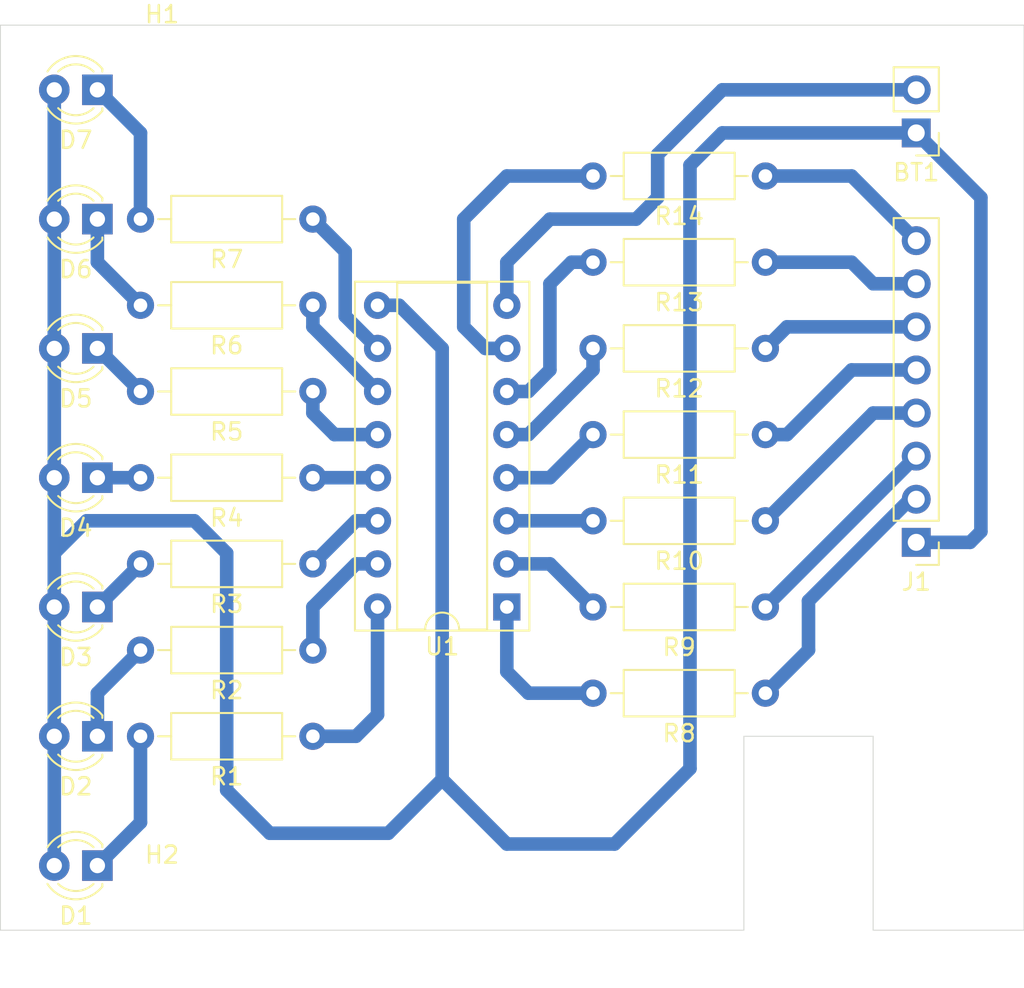
<source format=kicad_pcb>
(kicad_pcb (version 20240108) (generator "pcbnew") (generator_version "8.0")
  (title_block (title "Füllstandsensor") (date "2024-06-12") (rev "3") (company "HTL Saalfelden") (comment 1 "Author: Marcel Kitzbichler"))
  (layers (0 "F.Cu" signal) (31 "B.Cu" signal) (34 "B.Paste" user) (35 "F.Paste" user) (36 "B.SilkS" user "B.Silkscreen") (37 "F.SilkS" user "F.Silkscreen") (38 "B.Mask" user) (39 "F.Mask" user) (44 "Edge.Cuts" user))
  (net 0 "")
  (net 1 "+BATT")
  (net 2 "-BATT")
  (net 3 "Net-(D1-K)")
  (net 4 "Net-(D2-K)")
  (net 5 "Net-(D3-K)")
  (net 6 "Net-(D4-K)")
  (net 7 "Net-(D5-K)")
  (net 8 "Net-(D6-K)")
  (net 9 "Net-(D7-K)")
  (net 10 "Net-(J1-Pin_8)")
  (net 11 "Net-(J1-Pin_7)")
  (net 12 "Net-(J1-Pin_3)")
  (net 13 "Net-(J1-Pin_2)")
  (net 14 "Net-(J1-Pin_6)")
  (net 15 "Net-(J1-Pin_4)")
  (net 16 "Net-(J1-Pin_5)")
  (net 17 "Net-(U1-O1)")
  (net 18 "Net-(U1-O2)")
  (net 19 "Net-(U1-O3)")
  (net 20 "Net-(U1-O4)")
  (net 21 "Net-(U1-O5)")
  (net 22 "Net-(U1-O6)")
  (net 23 "Net-(U1-O7)")
  (net 24 "Net-(U1-I1)")
  (net 25 "Net-(U1-I2)")
  (net 26 "Net-(U1-I3)")
  (net 27 "Net-(U1-I4)")
  (net 28 "Net-(U1-I5)")
  (net 29 "Net-(U1-I6)")
  (net 30 "Net-(U1-I7)")
  (footprint "Resistor_THT:R_Axial_DIN0207_L6.3mm_D2.5mm_P10.16mm_Horizontal" (layer "F.Cu") (at 91.44 73.66 180)
    (property "Reference" "R8" (at 5.08 -2.37 180) (layer "F.SilkS"))
    (property "Value" "1k")
    (fp_line (start 9.12 0) (end 8.35 0) (stroke (width 0.12)) (layer "F.SilkS"))
    (fp_line (start 8.35 1.37) (end 8.35 -1.37) (stroke (width 0.12)) (layer "F.SilkS"))
    (fp_line (start 8.35 -1.37) (end 1.81 -1.37) (stroke (width 0.12)) (layer "F.SilkS"))
    (fp_line (start 1.81 1.37) (end 8.35 1.37) (stroke (width 0.12)) (layer "F.SilkS"))
    (fp_line (start 1.81 -1.37) (end 1.81 1.37) (stroke (width 0.12)) (layer "F.SilkS"))
    (fp_line (start 1.04 0) (end 1.81 0) (stroke (width 0.12)) (layer "F.SilkS"))
    (pad "1" thru_hole circle (at 0 0 180) (size 1.6 1.6) (drill 0.8) (layers "*.Cu" "*.Mask") (net 13 "Net-(J1-Pin_2)"))
    (pad "2" thru_hole oval (at 10.16 0 180) (size 1.6 1.6) (drill 0.8) (layers "*.Cu" "*.Mask") (net 24 "Net-(U1-I1)"))
  )
  (footprint "Connector_PinHeader_2.54mm:PinHeader_1x08_P2.54mm_Vertical" (layer "F.Cu") (at 100.33 64.77 180)
    (property "Reference" "J1" (at 0 -2.33 180) (layer "F.SilkS"))
    (property "Value" "Conn_01x08_Socket")
    (fp_line (start 1.33 1.27) (end 1.33 19.11) (stroke (width 0.12)) (layer "F.SilkS"))
    (fp_line (start -1.33 19.11) (end 1.33 19.11) (stroke (width 0.12)) (layer "F.SilkS"))
    (fp_line (start -1.33 1.27) (end 1.33 1.27) (stroke (width 0.12)) (layer "F.SilkS"))
    (fp_line (start -1.33 1.27) (end -1.33 19.11) (stroke (width 0.12)) (layer "F.SilkS"))
    (fp_line (start -1.33 0) (end -1.33 -1.33) (stroke (width 0.12)) (layer "F.SilkS"))
    (fp_line (start -1.33 -1.33) (end 0 -1.33) (stroke (width 0.12)) (layer "F.SilkS"))
    (pad "1" thru_hole rect (at 0 0 180) (size 1.7 1.7) (drill 1) (layers "*.Cu" "*.Mask") (net 1 "+BATT"))
    (pad "2" thru_hole oval (at 0 2.54 180) (size 1.7 1.7) (drill 1) (layers "*.Cu" "*.Mask") (net 13 "Net-(J1-Pin_2)"))
    (pad "3" thru_hole oval (at 0 5.08 180) (size 1.7 1.7) (drill 1) (layers "*.Cu" "*.Mask") (net 12 "Net-(J1-Pin_3)"))
    (pad "4" thru_hole oval (at 0 7.62 180) (size 1.7 1.7) (drill 1) (layers "*.Cu" "*.Mask") (net 15 "Net-(J1-Pin_4)"))
    (pad "5" thru_hole oval (at 0 10.16 180) (size 1.7 1.7) (drill 1) (layers "*.Cu" "*.Mask") (net 16 "Net-(J1-Pin_5)"))
    (pad "6" thru_hole oval (at 0 12.7 180) (size 1.7 1.7) (drill 1) (layers "*.Cu" "*.Mask") (net 14 "Net-(J1-Pin_6)"))
    (pad "7" thru_hole oval (at 0 15.24 180) (size 1.7 1.7) (drill 1) (layers "*.Cu" "*.Mask") (net 11 "Net-(J1-Pin_7)"))
    (pad "8" thru_hole oval (at 0 17.78 180) (size 1.7 1.7) (drill 1) (layers "*.Cu" "*.Mask") (net 10 "Net-(J1-Pin_8)"))
  )
  (footprint "LED_THT:LED_D3.0mm" (layer "F.Cu") (at 52.07 60.96 180)
    (property "Reference" "D4" (at 1.27 -2.96 180) (layer "F.SilkS"))
    (property "Value" "LED")
    (fp_line (start -0.29 1.08) (end -0.29 1.236) (stroke (width 0.12)) (layer "F.SilkS"))
    (fp_line (start -0.29 -1.236) (end -0.29 -1.08) (stroke (width 0.12)) (layer "F.SilkS"))
    (fp_arc (start 2.942335 1.078608) (mid 1.366487 1.987659) (end -0.29 1.235516) (stroke (width 0.12)) (layer "F.SilkS"))
    (fp_arc (start 2.31113 1.079837) (mid 1.270117 1.5) (end 0.229039 1.08) (stroke (width 0.12)) (layer "F.SilkS"))
    (fp_arc (start 0.229039 -1.08) (mid 1.270117 -1.5) (end 2.31113 -1.079837) (stroke (width 0.12)) (layer "F.SilkS"))
    (fp_arc (start -0.29 -1.235516) (mid 1.366487 -1.987659) (end 2.942335 -1.078608) (stroke (width 0.12)) (layer "F.SilkS"))
    (pad "1" thru_hole rect (at 0 0 180) (size 1.8 1.8) (drill 0.9) (layers "*.Cu" "*.Mask") (net 6 "Net-(D4-K)"))
    (pad "2" thru_hole circle (at 2.54 0 180) (size 1.8 1.8) (drill 0.9) (layers "*.Cu" "*.Mask") (net 1 "+BATT"))
  )
  (footprint "Connector_PinHeader_2.54mm:PinHeader_1x02_P2.54mm_Vertical" (layer "F.Cu") (at 100.33 40.64 180)
    (property "Reference" "BT1" (at 0 -2.33 180) (layer "F.SilkS"))
    (property "Value" "Battery")
    (fp_line (start 1.33 1.27) (end 1.33 3.87) (stroke (width 0.12)) (layer "F.SilkS"))
    (fp_line (start -1.33 3.87) (end 1.33 3.87) (stroke (width 0.12)) (layer "F.SilkS"))
    (fp_line (start -1.33 1.27) (end 1.33 1.27) (stroke (width 0.12)) (layer "F.SilkS"))
    (fp_line (start -1.33 1.27) (end -1.33 3.87) (stroke (width 0.12)) (layer "F.SilkS"))
    (fp_line (start -1.33 0) (end -1.33 -1.33) (stroke (width 0.12)) (layer "F.SilkS"))
    (fp_line (start -1.33 -1.33) (end 0 -1.33) (stroke (width 0.12)) (layer "F.SilkS"))
    (pad "1" thru_hole rect (at 0 0 180) (size 1.7 1.7) (drill 1) (layers "*.Cu" "*.Mask") (net 1 "+BATT"))
    (pad "2" thru_hole oval (at 0 2.54 180) (size 1.7 1.7) (drill 1) (layers "*.Cu" "*.Mask") (net 2 "-BATT"))
  )
  (footprint "Resistor_THT:R_Axial_DIN0207_L6.3mm_D2.5mm_P10.16mm_Horizontal" (layer "F.Cu") (at 64.77 50.8 180)
    (property "Reference" "R6" (at 5.08 -2.37 180) (layer "F.SilkS"))
    (property "Value" "1,8k")
    (fp_line (start 9.12 0) (end 8.35 0) (stroke (width 0.12)) (layer "F.SilkS"))
    (fp_line (start 8.35 1.37) (end 8.35 -1.37) (stroke (width 0.12)) (layer "F.SilkS"))
    (fp_line (start 8.35 -1.37) (end 1.81 -1.37) (stroke (width 0.12)) (layer "F.SilkS"))
    (fp_line (start 1.81 1.37) (end 8.35 1.37) (stroke (width 0.12)) (layer "F.SilkS"))
    (fp_line (start 1.81 -1.37) (end 1.81 1.37) (stroke (width 0.12)) (layer "F.SilkS"))
    (fp_line (start 1.04 0) (end 1.81 0) (stroke (width 0.12)) (layer "F.SilkS"))
    (pad "1" thru_hole circle (at 0 0 180) (size 1.6 1.6) (drill 0.8) (layers "*.Cu" "*.Mask") (net 22 "Net-(U1-O6)"))
    (pad "2" thru_hole oval (at 10.16 0 180) (size 1.6 1.6) (drill 0.8) (layers "*.Cu" "*.Mask") (net 8 "Net-(D6-K)"))
  )
  (footprint "Resistor_THT:R_Axial_DIN0207_L6.3mm_D2.5mm_P10.16mm_Horizontal" (layer "F.Cu") (at 64.77 45.72 180)
    (property "Reference" "R7" (at 5.08 -2.37 180) (layer "F.SilkS"))
    (property "Value" "1,8k")
    (fp_line (start 9.12 0) (end 8.35 0) (stroke (width 0.12)) (layer "F.SilkS"))
    (fp_line (start 8.35 1.37) (end 8.35 -1.37) (stroke (width 0.12)) (layer "F.SilkS"))
    (fp_line (start 8.35 -1.37) (end 1.81 -1.37) (stroke (width 0.12)) (layer "F.SilkS"))
    (fp_line (start 1.81 1.37) (end 8.35 1.37) (stroke (width 0.12)) (layer "F.SilkS"))
    (fp_line (start 1.81 -1.37) (end 1.81 1.37) (stroke (width 0.12)) (layer "F.SilkS"))
    (fp_line (start 1.04 0) (end 1.81 0) (stroke (width 0.12)) (layer "F.SilkS"))
    (pad "1" thru_hole circle (at 0 0 180) (size 1.6 1.6) (drill 0.8) (layers "*.Cu" "*.Mask") (net 23 "Net-(U1-O7)"))
    (pad "2" thru_hole oval (at 10.16 0 180) (size 1.6 1.6) (drill 0.8) (layers "*.Cu" "*.Mask") (net 9 "Net-(D7-K)"))
  )
  (footprint "LED_THT:LED_D3.0mm" (layer "F.Cu") (at 52.07 83.82 180)
    (property "Reference" "D1" (at 1.27 -2.96 180) (layer "F.SilkS"))
    (property "Value" "LED")
    (fp_line (start -0.29 1.08) (end -0.29 1.236) (stroke (width 0.12)) (layer "F.SilkS"))
    (fp_line (start -0.29 -1.236) (end -0.29 -1.08) (stroke (width 0.12)) (layer "F.SilkS"))
    (fp_arc (start 2.942335 1.078608) (mid 1.366487 1.987659) (end -0.29 1.235516) (stroke (width 0.12)) (layer "F.SilkS"))
    (fp_arc (start 2.31113 1.079837) (mid 1.270117 1.5) (end 0.229039 1.08) (stroke (width 0.12)) (layer "F.SilkS"))
    (fp_arc (start 0.229039 -1.08) (mid 1.270117 -1.5) (end 2.31113 -1.079837) (stroke (width 0.12)) (layer "F.SilkS"))
    (fp_arc (start -0.29 -1.235516) (mid 1.366487 -1.987659) (end 2.942335 -1.078608) (stroke (width 0.12)) (layer "F.SilkS"))
    (pad "1" thru_hole rect (at 0 0 180) (size 1.8 1.8) (drill 0.9) (layers "*.Cu" "*.Mask") (net 3 "Net-(D1-K)"))
    (pad "2" thru_hole circle (at 2.54 0 180) (size 1.8 1.8) (drill 0.9) (layers "*.Cu" "*.Mask") (net 1 "+BATT"))
  )
  (footprint "Resistor_THT:R_Axial_DIN0207_L6.3mm_D2.5mm_P10.16mm_Horizontal" (layer "F.Cu") (at 64.77 71.12 180)
    (property "Reference" "R2" (at 5.08 -2.37 180) (layer "F.SilkS"))
    (property "Value" "1,8k")
    (fp_line (start 9.12 0) (end 8.35 0) (stroke (width 0.12)) (layer "F.SilkS"))
    (fp_line (start 8.35 1.37) (end 8.35 -1.37) (stroke (width 0.12)) (layer "F.SilkS"))
    (fp_line (start 8.35 -1.37) (end 1.81 -1.37) (stroke (width 0.12)) (layer "F.SilkS"))
    (fp_line (start 1.81 1.37) (end 8.35 1.37) (stroke (width 0.12)) (layer "F.SilkS"))
    (fp_line (start 1.81 -1.37) (end 1.81 1.37) (stroke (width 0.12)) (layer "F.SilkS"))
    (fp_line (start 1.04 0) (end 1.81 0) (stroke (width 0.12)) (layer "F.SilkS"))
    (pad "1" thru_hole circle (at 0 0 180) (size 1.6 1.6) (drill 0.8) (layers "*.Cu" "*.Mask") (net 18 "Net-(U1-O2)"))
    (pad "2" thru_hole oval (at 10.16 0 180) (size 1.6 1.6) (drill 0.8) (layers "*.Cu" "*.Mask") (net 4 "Net-(D2-K)"))
  )
  (footprint "LED_THT:LED_D3.0mm" (layer "F.Cu") (at 52.07 53.34 180)
    (property "Reference" "D5" (at 1.27 -2.96 180) (layer "F.SilkS"))
    (property "Value" "LED")
    (fp_line (start -0.29 1.08) (end -0.29 1.236) (stroke (width 0.12)) (layer "F.SilkS"))
    (fp_line (start -0.29 -1.236) (end -0.29 -1.08) (stroke (width 0.12)) (layer "F.SilkS"))
    (fp_arc (start 2.942335 1.078608) (mid 1.366487 1.987659) (end -0.29 1.235516) (stroke (width 0.12)) (layer "F.SilkS"))
    (fp_arc (start 2.31113 1.079837) (mid 1.270117 1.5) (end 0.229039 1.08) (stroke (width 0.12)) (layer "F.SilkS"))
    (fp_arc (start 0.229039 -1.08) (mid 1.270117 -1.5) (end 2.31113 -1.079837) (stroke (width 0.12)) (layer "F.SilkS"))
    (fp_arc (start -0.29 -1.235516) (mid 1.366487 -1.987659) (end 2.942335 -1.078608) (stroke (width 0.12)) (layer "F.SilkS"))
    (pad "1" thru_hole rect (at 0 0 180) (size 1.8 1.8) (drill 0.9) (layers "*.Cu" "*.Mask") (net 7 "Net-(D5-K)"))
    (pad "2" thru_hole circle (at 2.54 0 180) (size 1.8 1.8) (drill 0.9) (layers "*.Cu" "*.Mask") (net 1 "+BATT"))
  )
  (footprint "Resistor_THT:R_Axial_DIN0207_L6.3mm_D2.5mm_P10.16mm_Horizontal" (layer "F.Cu") (at 91.44 53.34 180)
    (property "Reference" "R12" (at 5.08 -2.37 180) (layer "F.SilkS"))
    (property "Value" "1k")
    (fp_line (start 9.12 0) (end 8.35 0) (stroke (width 0.12)) (layer "F.SilkS"))
    (fp_line (start 8.35 1.37) (end 8.35 -1.37) (stroke (width 0.12)) (layer "F.SilkS"))
    (fp_line (start 8.35 -1.37) (end 1.81 -1.37) (stroke (width 0.12)) (layer "F.SilkS"))
    (fp_line (start 1.81 1.37) (end 8.35 1.37) (stroke (width 0.12)) (layer "F.SilkS"))
    (fp_line (start 1.81 -1.37) (end 1.81 1.37) (stroke (width 0.12)) (layer "F.SilkS"))
    (fp_line (start 1.04 0) (end 1.81 0) (stroke (width 0.12)) (layer "F.SilkS"))
    (pad "1" thru_hole circle (at 0 0 180) (size 1.6 1.6) (drill 0.8) (layers "*.Cu" "*.Mask") (net 14 "Net-(J1-Pin_6)"))
    (pad "2" thru_hole oval (at 10.16 0 180) (size 1.6 1.6) (drill 0.8) (layers "*.Cu" "*.Mask") (net 28 "Net-(U1-I5)"))
  )
  (footprint "LED_THT:LED_D3.0mm" (layer "F.Cu") (at 52.07 76.2 180)
    (property "Reference" "D2" (at 1.27 -2.96 180) (layer "F.SilkS"))
    (property "Value" "LED")
    (fp_line (start -0.29 1.08) (end -0.29 1.236) (stroke (width 0.12)) (layer "F.SilkS"))
    (fp_line (start -0.29 -1.236) (end -0.29 -1.08) (stroke (width 0.12)) (layer "F.SilkS"))
    (fp_arc (start 2.942335 1.078608) (mid 1.366487 1.987659) (end -0.29 1.235516) (stroke (width 0.12)) (layer "F.SilkS"))
    (fp_arc (start 2.31113 1.079837) (mid 1.270117 1.5) (end 0.229039 1.08) (stroke (width 0.12)) (layer "F.SilkS"))
    (fp_arc (start 0.229039 -1.08) (mid 1.270117 -1.5) (end 2.31113 -1.079837) (stroke (width 0.12)) (layer "F.SilkS"))
    (fp_arc (start -0.29 -1.235516) (mid 1.366487 -1.987659) (end 2.942335 -1.078608) (stroke (width 0.12)) (layer "F.SilkS"))
    (pad "1" thru_hole rect (at 0 0 180) (size 1.8 1.8) (drill 0.9) (layers "*.Cu" "*.Mask") (net 4 "Net-(D2-K)"))
    (pad "2" thru_hole circle (at 2.54 0 180) (size 1.8 1.8) (drill 0.9) (layers "*.Cu" "*.Mask") (net 1 "+BATT"))
  )
  (footprint "LED_THT:LED_D3.0mm" (layer "F.Cu") (at 52.07 38.1 180)
    (property "Reference" "D7" (at 1.27 -2.96 180) (layer "F.SilkS"))
    (property "Value" "LED")
    (fp_line (start -0.29 1.08) (end -0.29 1.236) (stroke (width 0.12)) (layer "F.SilkS"))
    (fp_line (start -0.29 -1.236) (end -0.29 -1.08) (stroke (width 0.12)) (layer "F.SilkS"))
    (fp_arc (start 2.942335 1.078608) (mid 1.366487 1.987659) (end -0.29 1.235516) (stroke (width 0.12)) (layer "F.SilkS"))
    (fp_arc (start 2.31113 1.079837) (mid 1.270117 1.5) (end 0.229039 1.08) (stroke (width 0.12)) (layer "F.SilkS"))
    (fp_arc (start 0.229039 -1.08) (mid 1.270117 -1.5) (end 2.31113 -1.079837) (stroke (width 0.12)) (layer "F.SilkS"))
    (fp_arc (start -0.29 -1.235516) (mid 1.366487 -1.987659) (end 2.942335 -1.078608) (stroke (width 0.12)) (layer "F.SilkS"))
    (pad "1" thru_hole rect (at 0 0 180) (size 1.8 1.8) (drill 0.9) (layers "*.Cu" "*.Mask") (net 9 "Net-(D7-K)"))
    (pad "2" thru_hole circle (at 2.54 0 180) (size 1.8 1.8) (drill 0.9) (layers "*.Cu" "*.Mask") (net 1 "+BATT"))
  )
  (footprint "MountingHole:MountingHole_3.5mm" (layer "F.Cu") (at 55.88 36.195)
    (property "Reference" "H1" (at 0 -2.54 0) (layer "F.SilkS"))
    (property "Value" "MountingHole")
    (pad "" np_thru_hole circle (at 0 0) (size 3 3) (drill 3) (layers "F&B.Cu" "*.Mask"))
  )
  (footprint "Resistor_THT:R_Axial_DIN0207_L6.3mm_D2.5mm_P10.16mm_Horizontal" (layer "F.Cu") (at 91.44 63.5 180)
    (property "Reference" "R10" (at 5.08 -2.37 180) (layer "F.SilkS"))
    (property "Value" "1k")
    (fp_line (start 9.12 0) (end 8.35 0) (stroke (width 0.12)) (layer "F.SilkS"))
    (fp_line (start 8.35 1.37) (end 8.35 -1.37) (stroke (width 0.12)) (layer "F.SilkS"))
    (fp_line (start 8.35 -1.37) (end 1.81 -1.37) (stroke (width 0.12)) (layer "F.SilkS"))
    (fp_line (start 1.81 1.37) (end 8.35 1.37) (stroke (width 0.12)) (layer "F.SilkS"))
    (fp_line (start 1.81 -1.37) (end 1.81 1.37) (stroke (width 0.12)) (layer "F.SilkS"))
    (fp_line (start 1.04 0) (end 1.81 0) (stroke (width 0.12)) (layer "F.SilkS"))
    (pad "1" thru_hole circle (at 0 0 180) (size 1.6 1.6) (drill 0.8) (layers "*.Cu" "*.Mask") (net 15 "Net-(J1-Pin_4)"))
    (pad "2" thru_hole oval (at 10.16 0 180) (size 1.6 1.6) (drill 0.8) (layers "*.Cu" "*.Mask") (net 26 "Net-(U1-I3)"))
  )
  (footprint "Package_DIP:DIP-16_W7.62mm_Socket" (layer "F.Cu") (at 76.2 68.58 180)
    (property "Reference" "U1" (at 3.81 -2.33 180) (layer "F.SilkS"))
    (property "Value" "ULN2003")
    (fp_line (start 8.95 19.17) (end 8.95 -1.39) (stroke (width 0.12)) (layer "F.SilkS"))
    (fp_line (start 8.95 -1.39) (end -1.33 -1.39) (stroke (width 0.12)) (layer "F.SilkS"))
    (fp_line (start 6.46 19.11) (end 6.46 -1.33) (stroke (width 0.12)) (layer "F.SilkS"))
    (fp_line (start 6.46 -1.33) (end 4.81 -1.33) (stroke (width 0.12)) (layer "F.SilkS"))
    (fp_line (start 2.81 -1.33) (end 1.16 -1.33) (stroke (width 0.12)) (layer "F.SilkS"))
    (fp_line (start 1.16 19.11) (end 6.46 19.11) (stroke (width 0.12)) (layer "F.SilkS"))
    (fp_line (start 1.16 -1.33) (end 1.16 19.11) (stroke (width 0.12)) (layer "F.SilkS"))
    (fp_line (start -1.33 19.17) (end 8.95 19.17) (stroke (width 0.12)) (layer "F.SilkS"))
    (fp_line (start -1.33 -1.39) (end -1.33 19.17) (stroke (width 0.12)) (layer "F.SilkS"))
    (fp_arc (start 4.81 -1.33) (mid 3.81 -0.33) (end 2.81 -1.33) (stroke (width 0.12)) (layer "F.SilkS"))
    (pad "1" thru_hole rect (at 0 0 180) (size 1.6 1.6) (drill 0.8) (layers "*.Cu" "*.Mask") (net 24 "Net-(U1-I1)"))
    (pad "2" thru_hole oval (at 0 2.54 180) (size 1.6 1.6) (drill 0.8) (layers "*.Cu" "*.Mask") (net 25 "Net-(U1-I2)"))
    (pad "3" thru_hole oval (at 0 5.08 180) (size 1.6 1.6) (drill 0.8) (layers "*.Cu" "*.Mask") (net 26 "Net-(U1-I3)"))
    (pad "4" thru_hole oval (at 0 7.62 180) (size 1.6 1.6) (drill 0.8) (layers "*.Cu" "*.Mask") (net 27 "Net-(U1-I4)"))
    (pad "5" thru_hole oval (at 0 10.16 180) (size 1.6 1.6) (drill 0.8) (layers "*.Cu" "*.Mask") (net 28 "Net-(U1-I5)"))
    (pad "6" thru_hole oval (at 0 12.7 180) (size 1.6 1.6) (drill 0.8) (layers "*.Cu" "*.Mask") (net 29 "Net-(U1-I6)"))
    (pad "7" thru_hole oval (at 0 15.24 180) (size 1.6 1.6) (drill 0.8) (layers "*.Cu" "*.Mask") (net 30 "Net-(U1-I7)"))
    (pad "8" thru_hole oval (at 0 17.78 180) (size 1.6 1.6) (drill 0.8) (layers "*.Cu" "*.Mask") (net 2 "-BATT"))
    (pad "9" thru_hole oval (at 7.62 17.78 180) (size 1.6 1.6) (drill 0.8) (layers "*.Cu" "*.Mask") (net 1 "+BATT"))
    (pad "10" thru_hole oval (at 7.62 15.24 180) (size 1.6 1.6) (drill 0.8) (layers "*.Cu" "*.Mask") (net 23 "Net-(U1-O7)"))
    (pad "11" thru_hole oval (at 7.62 12.7 180) (size 1.6 1.6) (drill 0.8) (layers "*.Cu" "*.Mask") (net 22 "Net-(U1-O6)"))
    (pad "12" thru_hole oval (at 7.62 10.16 180) (size 1.6 1.6) (drill 0.8) (layers "*.Cu" "*.Mask") (net 21 "Net-(U1-O5)"))
    (pad "13" thru_hole oval (at 7.62 7.62 180) (size 1.6 1.6) (drill 0.8) (layers "*.Cu" "*.Mask") (net 20 "Net-(U1-O4)"))
    (pad "14" thru_hole oval (at 7.62 5.08 180) (size 1.6 1.6) (drill 0.8) (layers "*.Cu" "*.Mask") (net 19 "Net-(U1-O3)"))
    (pad "15" thru_hole oval (at 7.62 2.54 180) (size 1.6 1.6) (drill 0.8) (layers "*.Cu" "*.Mask") (net 18 "Net-(U1-O2)"))
    (pad "16" thru_hole oval (at 7.62 0 180) (size 1.6 1.6) (drill 0.8) (layers "*.Cu" "*.Mask") (net 17 "Net-(U1-O1)"))
  )
  (footprint "Resistor_THT:R_Axial_DIN0207_L6.3mm_D2.5mm_P10.16mm_Horizontal" (layer "F.Cu") (at 91.44 58.42 180)
    (property "Reference" "R11" (at 5.08 -2.37 180) (layer "F.SilkS"))
    (property "Value" "1k")
    (fp_line (start 9.12 0) (end 8.35 0) (stroke (width 0.12)) (layer "F.SilkS"))
    (fp_line (start 8.35 1.37) (end 8.35 -1.37) (stroke (width 0.12)) (layer "F.SilkS"))
    (fp_line (start 8.35 -1.37) (end 1.81 -1.37) (stroke (width 0.12)) (layer "F.SilkS"))
    (fp_line (start 1.81 1.37) (end 8.35 1.37) (stroke (width 0.12)) (layer "F.SilkS"))
    (fp_line (start 1.81 -1.37) (end 1.81 1.37) (stroke (width 0.12)) (layer "F.SilkS"))
    (fp_line (start 1.04 0) (end 1.81 0) (stroke (width 0.12)) (layer "F.SilkS"))
    (pad "1" thru_hole circle (at 0 0 180) (size 1.6 1.6) (drill 0.8) (layers "*.Cu" "*.Mask") (net 16 "Net-(J1-Pin_5)"))
    (pad "2" thru_hole oval (at 10.16 0 180) (size 1.6 1.6) (drill 0.8) (layers "*.Cu" "*.Mask") (net 27 "Net-(U1-I4)"))
  )
  (footprint "Resistor_THT:R_Axial_DIN0207_L6.3mm_D2.5mm_P10.16mm_Horizontal" (layer "F.Cu") (at 64.77 76.2 180)
    (property "Reference" "R1" (at 5.08 -2.37 180) (layer "F.SilkS"))
    (property "Value" "1,8k")
    (fp_line (start 9.12 0) (end 8.35 0) (stroke (width 0.12)) (layer "F.SilkS"))
    (fp_line (start 8.35 1.37) (end 8.35 -1.37) (stroke (width 0.12)) (layer "F.SilkS"))
    (fp_line (start 8.35 -1.37) (end 1.81 -1.37) (stroke (width 0.12)) (layer "F.SilkS"))
    (fp_line (start 1.81 1.37) (end 8.35 1.37) (stroke (width 0.12)) (layer "F.SilkS"))
    (fp_line (start 1.81 -1.37) (end 1.81 1.37) (stroke (width 0.12)) (layer "F.SilkS"))
    (fp_line (start 1.04 0) (end 1.81 0) (stroke (width 0.12)) (layer "F.SilkS"))
    (pad "1" thru_hole circle (at 0 0 180) (size 1.6 1.6) (drill 0.8) (layers "*.Cu" "*.Mask") (net 17 "Net-(U1-O1)"))
    (pad "2" thru_hole oval (at 10.16 0 180) (size 1.6 1.6) (drill 0.8) (layers "*.Cu" "*.Mask") (net 3 "Net-(D1-K)"))
  )
  (footprint "Resistor_THT:R_Axial_DIN0207_L6.3mm_D2.5mm_P10.16mm_Horizontal" (layer "F.Cu") (at 91.44 68.58 180)
    (property "Reference" "R9" (at 5.08 -2.37 180) (layer "F.SilkS"))
    (property "Value" "1k")
    (fp_line (start 9.12 0) (end 8.35 0) (stroke (width 0.12)) (layer "F.SilkS"))
    (fp_line (start 8.35 1.37) (end 8.35 -1.37) (stroke (width 0.12)) (layer "F.SilkS"))
    (fp_line (start 8.35 -1.37) (end 1.81 -1.37) (stroke (width 0.12)) (layer "F.SilkS"))
    (fp_line (start 1.81 1.37) (end 8.35 1.37) (stroke (width 0.12)) (layer "F.SilkS"))
    (fp_line (start 1.81 -1.37) (end 1.81 1.37) (stroke (width 0.12)) (layer "F.SilkS"))
    (fp_line (start 1.04 0) (end 1.81 0) (stroke (width 0.12)) (layer "F.SilkS"))
    (pad "1" thru_hole circle (at 0 0 180) (size 1.6 1.6) (drill 0.8) (layers "*.Cu" "*.Mask") (net 12 "Net-(J1-Pin_3)"))
    (pad "2" thru_hole oval (at 10.16 0 180) (size 1.6 1.6) (drill 0.8) (layers "*.Cu" "*.Mask") (net 25 "Net-(U1-I2)"))
  )
  (footprint "Resistor_THT:R_Axial_DIN0207_L6.3mm_D2.5mm_P10.16mm_Horizontal" (layer "F.Cu") (at 64.77 60.96 180)
    (property "Reference" "R4" (at 5.08 -2.37 180) (layer "F.SilkS"))
    (property "Value" "1,8k")
    (fp_line (start 9.12 0) (end 8.35 0) (stroke (width 0.12)) (layer "F.SilkS"))
    (fp_line (start 8.35 1.37) (end 8.35 -1.37) (stroke (width 0.12)) (layer "F.SilkS"))
    (fp_line (start 8.35 -1.37) (end 1.81 -1.37) (stroke (width 0.12)) (layer "F.SilkS"))
    (fp_line (start 1.81 1.37) (end 8.35 1.37) (stroke (width 0.12)) (layer "F.SilkS"))
    (fp_line (start 1.81 -1.37) (end 1.81 1.37) (stroke (width 0.12)) (layer "F.SilkS"))
    (fp_line (start 1.04 0) (end 1.81 0) (stroke (width 0.12)) (layer "F.SilkS"))
    (pad "1" thru_hole circle (at 0 0 180) (size 1.6 1.6) (drill 0.8) (layers "*.Cu" "*.Mask") (net 20 "Net-(U1-O4)"))
    (pad "2" thru_hole oval (at 10.16 0 180) (size 1.6 1.6) (drill 0.8) (layers "*.Cu" "*.Mask") (net 6 "Net-(D4-K)"))
  )
  (footprint "Resistor_THT:R_Axial_DIN0207_L6.3mm_D2.5mm_P10.16mm_Horizontal" (layer "F.Cu") (at 64.77 66.04 180)
    (property "Reference" "R3" (at 5.08 -2.37 180) (layer "F.SilkS"))
    (property "Value" "1,8k")
    (fp_line (start 9.12 0) (end 8.35 0) (stroke (width 0.12)) (layer "F.SilkS"))
    (fp_line (start 8.35 1.37) (end 8.35 -1.37) (stroke (width 0.12)) (layer "F.SilkS"))
    (fp_line (start 8.35 -1.37) (end 1.81 -1.37) (stroke (width 0.12)) (layer "F.SilkS"))
    (fp_line (start 1.81 1.37) (end 8.35 1.37) (stroke (width 0.12)) (layer "F.SilkS"))
    (fp_line (start 1.81 -1.37) (end 1.81 1.37) (stroke (width 0.12)) (layer "F.SilkS"))
    (fp_line (start 1.04 0) (end 1.81 0) (stroke (width 0.12)) (layer "F.SilkS"))
    (pad "1" thru_hole circle (at 0 0 180) (size 1.6 1.6) (drill 0.8) (layers "*.Cu" "*.Mask") (net 19 "Net-(U1-O3)"))
    (pad "2" thru_hole oval (at 10.16 0 180) (size 1.6 1.6) (drill 0.8) (layers "*.Cu" "*.Mask") (net 5 "Net-(D3-K)"))
  )
  (footprint "LED_THT:LED_D3.0mm" (layer "F.Cu") (at 52.07 68.58 180)
    (property "Reference" "D3" (at 1.27 -2.96 180) (layer "F.SilkS"))
    (property "Value" "LED")
    (fp_line (start -0.29 1.08) (end -0.29 1.236) (stroke (width 0.12)) (layer "F.SilkS"))
    (fp_line (start -0.29 -1.236) (end -0.29 -1.08) (stroke (width 0.12)) (layer "F.SilkS"))
    (fp_arc (start 2.942335 1.078608) (mid 1.366487 1.987659) (end -0.29 1.235516) (stroke (width 0.12)) (layer "F.SilkS"))
    (fp_arc (start 2.31113 1.079837) (mid 1.270117 1.5) (end 0.229039 1.08) (stroke (width 0.12)) (layer "F.SilkS"))
    (fp_arc (start 0.229039 -1.08) (mid 1.270117 -1.5) (end 2.31113 -1.079837) (stroke (width 0.12)) (layer "F.SilkS"))
    (fp_arc (start -0.29 -1.235516) (mid 1.366487 -1.987659) (end 2.942335 -1.078608) (stroke (width 0.12)) (layer "F.SilkS"))
    (pad "1" thru_hole rect (at 0 0 180) (size 1.8 1.8) (drill 0.9) (layers "*.Cu" "*.Mask") (net 5 "Net-(D3-K)"))
    (pad "2" thru_hole circle (at 2.54 0 180) (size 1.8 1.8) (drill 0.9) (layers "*.Cu" "*.Mask") (net 1 "+BATT"))
  )
  (footprint "Resistor_THT:R_Axial_DIN0207_L6.3mm_D2.5mm_P10.16mm_Horizontal" (layer "F.Cu") (at 64.77 55.88 180)
    (property "Reference" "R5" (at 5.08 -2.37 180) (layer "F.SilkS"))
    (property "Value" "1,8k")
    (fp_line (start 9.12 0) (end 8.35 0) (stroke (width 0.12)) (layer "F.SilkS"))
    (fp_line (start 8.35 1.37) (end 8.35 -1.37) (stroke (width 0.12)) (layer "F.SilkS"))
    (fp_line (start 8.35 -1.37) (end 1.81 -1.37) (stroke (width 0.12)) (layer "F.SilkS"))
    (fp_line (start 1.81 1.37) (end 8.35 1.37) (stroke (width 0.12)) (layer "F.SilkS"))
    (fp_line (start 1.81 -1.37) (end 1.81 1.37) (stroke (width 0.12)) (layer "F.SilkS"))
    (fp_line (start 1.04 0) (end 1.81 0) (stroke (width 0.12)) (layer "F.SilkS"))
    (pad "1" thru_hole circle (at 0 0 180) (size 1.6 1.6) (drill 0.8) (layers "*.Cu" "*.Mask") (net 21 "Net-(U1-O5)"))
    (pad "2" thru_hole oval (at 10.16 0 180) (size 1.6 1.6) (drill 0.8) (layers "*.Cu" "*.Mask") (net 7 "Net-(D5-K)"))
  )
  (footprint "Resistor_THT:R_Axial_DIN0207_L6.3mm_D2.5mm_P10.16mm_Horizontal" (layer "F.Cu") (at 91.44 48.26 180)
    (property "Reference" "R13" (at 5.08 -2.37 180) (layer "F.SilkS"))
    (property "Value" "1k")
    (fp_line (start 9.12 0) (end 8.35 0) (stroke (width 0.12)) (layer "F.SilkS"))
    (fp_line (start 8.35 1.37) (end 8.35 -1.37) (stroke (width 0.12)) (layer "F.SilkS"))
    (fp_line (start 8.35 -1.37) (end 1.81 -1.37) (stroke (width 0.12)) (layer "F.SilkS"))
    (fp_line (start 1.81 1.37) (end 8.35 1.37) (stroke (width 0.12)) (layer "F.SilkS"))
    (fp_line (start 1.81 -1.37) (end 1.81 1.37) (stroke (width 0.12)) (layer "F.SilkS"))
    (fp_line (start 1.04 0) (end 1.81 0) (stroke (width 0.12)) (layer "F.SilkS"))
    (pad "1" thru_hole circle (at 0 0 180) (size 1.6 1.6) (drill 0.8) (layers "*.Cu" "*.Mask") (net 11 "Net-(J1-Pin_7)"))
    (pad "2" thru_hole oval (at 10.16 0 180) (size 1.6 1.6) (drill 0.8) (layers "*.Cu" "*.Mask") (net 29 "Net-(U1-I6)"))
  )
  (footprint "Resistor_THT:R_Axial_DIN0207_L6.3mm_D2.5mm_P10.16mm_Horizontal" (layer "F.Cu") (at 91.44 43.18 180)
    (property "Reference" "R14" (at 5.08 -2.37 180) (layer "F.SilkS"))
    (property "Value" "1k")
    (fp_line (start 9.12 0) (end 8.35 0) (stroke (width 0.12)) (layer "F.SilkS"))
    (fp_line (start 8.35 1.37) (end 8.35 -1.37) (stroke (width 0.12)) (layer "F.SilkS"))
    (fp_line (start 8.35 -1.37) (end 1.81 -1.37) (stroke (width 0.12)) (layer "F.SilkS"))
    (fp_line (start 1.81 1.37) (end 8.35 1.37) (stroke (width 0.12)) (layer "F.SilkS"))
    (fp_line (start 1.81 -1.37) (end 1.81 1.37) (stroke (width 0.12)) (layer "F.SilkS"))
    (fp_line (start 1.04 0) (end 1.81 0) (stroke (width 0.12)) (layer "F.SilkS"))
    (pad "1" thru_hole circle (at 0 0 180) (size 1.6 1.6) (drill 0.8) (layers "*.Cu" "*.Mask") (net 10 "Net-(J1-Pin_8)"))
    (pad "2" thru_hole oval (at 10.16 0 180) (size 1.6 1.6) (drill 0.8) (layers "*.Cu" "*.Mask") (net 30 "Net-(U1-I7)"))
  )
  (footprint "LED_THT:LED_D3.0mm" (layer "F.Cu") (at 52.07 45.72 180)
    (property "Reference" "D6" (at 1.27 -2.96 180) (layer "F.SilkS"))
    (property "Value" "LED")
    (fp_line (start -0.29 1.08) (end -0.29 1.236) (stroke (width 0.12)) (layer "F.SilkS"))
    (fp_line (start -0.29 -1.236) (end -0.29 -1.08) (stroke (width 0.12)) (layer "F.SilkS"))
    (fp_arc (start 2.942335 1.078608) (mid 1.366487 1.987659) (end -0.29 1.235516) (stroke (width 0.12)) (layer "F.SilkS"))
    (fp_arc (start 2.31113 1.079837) (mid 1.270117 1.5) (end 0.229039 1.08) (stroke (width 0.12)) (layer "F.SilkS"))
    (fp_arc (start 0.229039 -1.08) (mid 1.270117 -1.5) (end 2.31113 -1.079837) (stroke (width 0.12)) (layer "F.SilkS"))
    (fp_arc (start -0.29 -1.235516) (mid 1.366487 -1.987659) (end 2.942335 -1.078608) (stroke (width 0.12)) (layer "F.SilkS"))
    (pad "1" thru_hole rect (at 0 0 180) (size 1.8 1.8) (drill 0.9) (layers "*.Cu" "*.Mask") (net 8 "Net-(D6-K)"))
    (pad "2" thru_hole circle (at 2.54 0 180) (size 1.8 1.8) (drill 0.9) (layers "*.Cu" "*.Mask") (net 1 "+BATT"))
  )
  (footprint "MountingHole:MountingHole_3.5mm" (layer "F.Cu") (at 55.88 85.725)
    (property "Reference" "H2" (at 0 -2.54 0) (layer "F.SilkS"))
    (property "Value" "MountingHole")
    (pad "" np_thru_hole circle (at 0 0) (size 3 3) (drill 3) (layers "F&B.Cu" "*.Mask"))
  )
  (gr_line (start 46.355 87.63) (end 46.355 34.29) (stroke (width 0.05)) (layer "Edge.Cuts"))
  (gr_line (start 106.68 34.29) (end 106.68 87.63) (stroke (width 0.05)) (layer "Edge.Cuts"))
  (gr_line (start 106.68 87.63) (end 97.79 87.63) (stroke (width 0.05)) (layer "Edge.Cuts"))
  (gr_line (start 90.17 87.63) (end 46.355 87.63) (stroke (width 0.05)) (layer "Edge.Cuts"))
  (gr_line (start 97.79 76.2) (end 90.17 76.2) (stroke (width 0.05)) (layer "Edge.Cuts"))
  (gr_line (start 90.17 76.2) (end 90.17 87.63) (stroke (width 0.05)) (layer "Edge.Cuts"))
  (gr_line (start 97.79 87.63) (end 97.79 76.2) (stroke (width 0.05)) (layer "Edge.Cuts"))
  (gr_line (start 46.355 34.29) (end 106.68 34.29) (stroke (width 0.05)) (layer "Edge.Cuts"))
  (segment (start 69.85 50.8) (end 68.58 50.8) (width 0.8) (layer "B.Cu") (net 1))
  (segment (start 49.53 83.82) (end 49.53 76.2) (width 0.8) (layer "B.Cu") (net 1))
  (segment (start 49.53 65.405) (end 51.435 63.5) (width 0.8) (layer "B.Cu") (net 1))
  (segment (start 59.69 79.375) (end 62.23 81.915) (width 0.8) (layer "B.Cu") (net 1))
  (segment (start 49.53 45.72) (end 49.53 53.34) (width 0.8) (layer "B.Cu") (net 1))
  (segment (start 59.69 65.405) (end 59.69 79.375) (width 0.8) (layer "B.Cu") (net 1))
  (segment (start 62.23 81.915) (end 69.215 81.915) (width 0.8) (layer "B.Cu") (net 1))
  (segment (start 86.995 42.545) (end 86.995 78.105) (width 0.8) (layer "B.Cu") (net 1))
  (segment (start 49.53 60.96) (end 49.53 63.5) (width 0.8) (layer "B.Cu") (net 1))
  (segment (start 86.995 78.105) (end 82.55 82.55) (width 0.8) (layer "B.Cu") (net 1))
  (segment (start 103.505 64.77) (end 104.14 64.135) (width 0.8) (layer "B.Cu") (net 1))
  (segment (start 104.14 44.45) (end 100.33 40.64) (width 0.8) (layer "B.Cu") (net 1))
  (segment (start 49.53 68.58) (end 49.53 76.2) (width 0.8) (layer "B.Cu") (net 1))
  (segment (start 100.33 64.77) (end 103.505 64.77) (width 0.8) (layer "B.Cu") (net 1))
  (segment (start 49.53 63.5) (end 49.53 65.405) (width 0.8) (layer "B.Cu") (net 1))
  (segment (start 100.33 40.64) (end 88.9 40.64) (width 0.8) (layer "B.Cu") (net 1))
  (segment (start 72.39 78.74) (end 72.39 53.34) (width 0.8) (layer "B.Cu") (net 1))
  (segment (start 72.39 53.34) (end 69.85 50.8) (width 0.8) (layer "B.Cu") (net 1))
  (segment (start 57.785 63.5) (end 59.69 65.405) (width 0.8) (layer "B.Cu") (net 1))
  (segment (start 49.53 65.405) (end 49.53 68.58) (width 0.8) (layer "B.Cu") (net 1))
  (segment (start 49.53 38.1) (end 49.53 45.72) (width 0.8) (layer "B.Cu") (net 1))
  (segment (start 104.14 64.135) (end 104.14 44.45) (width 0.8) (layer "B.Cu") (net 1))
  (segment (start 69.215 81.915) (end 72.39 78.74) (width 0.8) (layer "B.Cu") (net 1))
  (segment (start 51.435 63.5) (end 57.785 63.5) (width 0.8) (layer "B.Cu") (net 1))
  (segment (start 76.2 82.55) (end 72.39 78.74) (width 0.8) (layer "B.Cu") (net 1))
  (segment (start 82.55 82.55) (end 76.2 82.55) (width 0.8) (layer "B.Cu") (net 1))
  (segment (start 49.53 60.96) (end 49.53 53.34) (width 0.8) (layer "B.Cu") (net 1))
  (segment (start 88.9 40.64) (end 86.995 42.545) (width 0.8) (layer "B.Cu") (net 1))
  (segment (start 85.09 41.91) (end 88.9 38.1) (width 0.8) (layer "B.Cu") (net 2))
  (segment (start 88.9 38.1) (end 100.33 38.1) (width 0.8) (layer "B.Cu") (net 2))
  (segment (start 83.82 45.72) (end 85.09 44.45) (width 0.8) (layer "B.Cu") (net 2))
  (segment (start 76.2 50.8) (end 76.2 48.26) (width 0.8) (layer "B.Cu") (net 2))
  (segment (start 76.2 48.26) (end 78.74 45.72) (width 0.8) (layer "B.Cu") (net 2))
  (segment (start 85.09 44.45) (end 85.09 41.91) (width 0.8) (layer "B.Cu") (net 2))
  (segment (start 78.74 45.72) (end 83.82 45.72) (width 0.8) (layer "B.Cu") (net 2))
  (segment (start 54.61 81.28) (end 52.07 83.82) (width 0.8) (layer "B.Cu") (net 3))
  (segment (start 54.61 76.2) (end 54.61 81.28) (width 0.8) (layer "B.Cu") (net 3))
  (segment (start 52.07 73.66) (end 52.07 76.2) (width 0.8) (layer "B.Cu") (net 4))
  (segment (start 54.61 71.12) (end 52.07 73.66) (width 0.8) (layer "B.Cu") (net 4))
  (segment (start 54.61 66.04) (end 52.07 68.58) (width 0.8) (layer "B.Cu") (net 5))
  (segment (start 54.61 60.96) (end 52.07 60.96) (width 0.8) (layer "B.Cu") (net 6))
  (segment (start 54.61 55.88) (end 52.07 53.34) (width 0.8) (layer "B.Cu") (net 7))
  (segment (start 54.61 50.8) (end 52.07 48.26) (width 0.8) (layer "B.Cu") (net 8))
  (segment (start 52.07 48.26) (end 52.07 45.72) (width 0.8) (layer "B.Cu") (net 8))
  (segment (start 54.61 40.64) (end 52.07 38.1) (width 0.8) (layer "B.Cu") (net 9))
  (segment (start 54.61 45.72) (end 54.61 40.64) (width 0.8) (layer "B.Cu") (net 9))
  (segment (start 91.44 43.18) (end 96.52 43.18) (width 0.8) (layer "B.Cu") (net 10))
  (segment (start 96.52 43.18) (end 100.33 46.99) (width 0.8) (layer "B.Cu") (net 10))
  (segment (start 96.52 48.26) (end 97.79 49.53) (width 0.8) (layer "B.Cu") (net 11))
  (segment (start 97.79 49.53) (end 100.33 49.53) (width 0.8) (layer "B.Cu") (net 11))
  (segment (start 91.44 48.26) (end 96.52 48.26) (width 0.8) (layer "B.Cu") (net 11))
  (segment (start 91.44 68.58) (end 100.33 59.69) (width 0.8) (layer "B.Cu") (net 12))
  (segment (start 93.98 71.12) (end 93.98 68.22) (width 0.8) (layer "B.Cu") (net 13))
  (segment (start 91.44 73.66) (end 93.98 71.12) (width 0.8) (layer "B.Cu") (net 13))
  (segment (start 99.97 62.23) (end 100.33 62.23) (width 0.8) (layer "B.Cu") (net 13))
  (segment (start 93.98 68.22) (end 99.97 62.23) (width 0.8) (layer "B.Cu") (net 13))
  (segment (start 91.44 53.34) (end 92.71 52.07) (width 0.8) (layer "B.Cu") (net 14))
  (segment (start 92.71 52.07) (end 100.33 52.07) (width 0.8) (layer "B.Cu") (net 14))
  (segment (start 91.44 63.5) (end 97.79 57.15) (width 0.8) (layer "B.Cu") (net 15))
  (segment (start 97.79 57.15) (end 100.33 57.15) (width 0.8) (layer "B.Cu") (net 15))
  (segment (start 92.71 58.42) (end 96.52 54.61) (width 0.8) (layer "B.Cu") (net 16))
  (segment (start 96.52 54.61) (end 100.33 54.61) (width 0.8) (layer "B.Cu") (net 16))
  (segment (start 91.44 58.42) (end 92.71 58.42) (width 0.8) (layer "B.Cu") (net 16))
  (segment (start 67.31 76.2) (end 68.58 74.93) (width 0.8) (layer "B.Cu") (net 17))
  (segment (start 64.77 76.2) (end 67.31 76.2) (width 0.8) (layer "B.Cu") (net 17))
  (segment (start 68.58 74.93) (end 68.58 68.58) (width 0.8) (layer "B.Cu") (net 17))
  (segment (start 64.77 68.58) (end 67.31 66.04) (width 0.8) (layer "B.Cu") (net 18))
  (segment (start 64.77 71.12) (end 64.77 68.58) (width 0.8) (layer "B.Cu") (net 18))
  (segment (start 67.31 66.04) (end 68.58 66.04) (width 0.8) (layer "B.Cu") (net 18))
  (segment (start 67.31 63.5) (end 68.58 63.5) (width 0.8) (layer "B.Cu") (net 19))
  (segment (start 64.77 66.04) (end 67.31 63.5) (width 0.8) (layer "B.Cu") (net 19))
  (segment (start 64.77 60.96) (end 68.58 60.96) (width 0.8) (layer "B.Cu") (net 20))
  (segment (start 64.77 57.15) (end 66.04 58.42) (width 0.8) (layer "B.Cu") (net 21))
  (segment (start 64.77 55.88) (end 64.77 57.15) (width 0.8) (layer "B.Cu") (net 21))
  (segment (start 66.04 58.42) (end 68.58 58.42) (width 0.8) (layer "B.Cu") (net 21))
  (segment (start 68.58 55.88) (end 64.77 52.07) (width 0.8) (layer "B.Cu") (net 22))
  (segment (start 64.77 52.07) (end 64.77 50.8) (width 0.8) (layer "B.Cu") (net 22))
  (segment (start 66.675 51.435) (end 66.675 47.625) (width 0.8) (layer "B.Cu") (net 23))
  (segment (start 66.675 47.625) (end 64.77 45.72) (width 0.8) (layer "B.Cu") (net 23))
  (segment (start 68.58 53.34) (end 66.675 51.435) (width 0.8) (layer "B.Cu") (net 23))
  (segment (start 77.47 73.66) (end 81.28 73.66) (width 0.8) (layer "B.Cu") (net 24))
  (segment (start 76.2 72.39) (end 77.47 73.66) (width 0.8) (layer "B.Cu") (net 24))
  (segment (start 76.2 68.58) (end 76.2 72.39) (width 0.8) (layer "B.Cu") (net 24))
  (segment (start 78.74 66.04) (end 81.28 68.58) (width 0.8) (layer "B.Cu") (net 25))
  (segment (start 76.2 66.04) (end 78.74 66.04) (width 0.8) (layer "B.Cu") (net 25))
  (segment (start 76.2 63.5) (end 81.28 63.5) (width 0.8) (layer "B.Cu") (net 26))
  (segment (start 78.74 60.96) (end 81.28 58.42) (width 0.8) (layer "B.Cu") (net 27))
  (segment (start 76.2 60.96) (end 78.74 60.96) (width 0.8) (layer "B.Cu") (net 27))
  (segment (start 76.2 58.42) (end 77.47 58.42) (width 0.8) (layer "B.Cu") (net 28))
  (segment (start 81.28 54.61) (end 81.28 53.34) (width 0.8) (layer "B.Cu") (net 28))
  (segment (start 77.47 58.42) (end 81.28 54.61) (width 0.8) (layer "B.Cu") (net 28))
  (segment (start 77.47 55.88) (end 78.74 54.61) (width 0.8) (layer "B.Cu") (net 29))
  (segment (start 80.01 48.26) (end 81.28 48.26) (width 0.8) (layer "B.Cu") (net 29))
  (segment (start 78.74 54.61) (end 78.74 49.53) (width 0.8) (layer "B.Cu") (net 29))
  (segment (start 78.74 49.53) (end 80.01 48.26) (width 0.8) (layer "B.Cu") (net 29))
  (segment (start 76.2 55.88) (end 77.47 55.88) (width 0.8) (layer "B.Cu") (net 29))
  (segment (start 76.2 43.18) (end 73.66 45.72) (width 0.8) (layer "B.Cu") (net 30))
  (segment (start 73.66 45.72) (end 73.66 52.07) (width 0.8) (layer "B.Cu") (net 30))
  (segment (start 81.28 43.18) (end 76.2 43.18) (width 0.8) (layer "B.Cu") (net 30))
  (segment (start 73.66 52.07) (end 74.93 53.34) (width 0.8) (layer "B.Cu") (net 30))
  (segment (start 74.93 53.34) (end 76.2 53.34) (width 0.8) (layer "B.Cu") (net 30))
)
</source>
